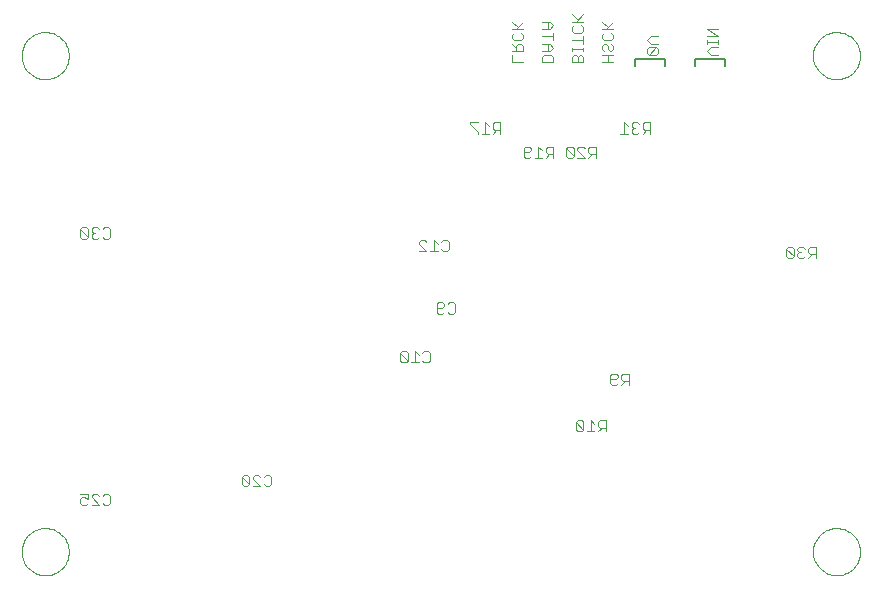
<source format=gbo>
G75*
G70*
%OFA0B0*%
%FSLAX24Y24*%
%IPPOS*%
%LPD*%
%AMOC8*
5,1,8,0,0,1.08239X$1,22.5*
%
%ADD10C,0.0030*%
%ADD11C,0.0079*%
%ADD12C,0.0039*%
D10*
X002913Y003240D02*
X003037Y003240D01*
X003098Y003302D01*
X003098Y003425D02*
X002975Y003487D01*
X002913Y003487D01*
X002851Y003425D01*
X002851Y003302D01*
X002913Y003240D01*
X003098Y003425D02*
X003098Y003610D01*
X002851Y003610D01*
X003220Y003549D02*
X003282Y003610D01*
X003405Y003610D01*
X003467Y003549D01*
X003588Y003549D02*
X003650Y003610D01*
X003773Y003610D01*
X003835Y003549D01*
X003835Y003302D01*
X003773Y003240D01*
X003650Y003240D01*
X003588Y003302D01*
X003467Y003240D02*
X003220Y003487D01*
X003220Y003549D01*
X003220Y003240D02*
X003467Y003240D01*
X008226Y003927D02*
X008288Y003865D01*
X008412Y003865D01*
X008473Y003927D01*
X008226Y004174D01*
X008226Y003927D01*
X008226Y004174D02*
X008288Y004235D01*
X008412Y004235D01*
X008473Y004174D01*
X008473Y003927D01*
X008595Y003865D02*
X008842Y003865D01*
X008595Y004112D01*
X008595Y004174D01*
X008657Y004235D01*
X008780Y004235D01*
X008842Y004174D01*
X008963Y004174D02*
X009025Y004235D01*
X009148Y004235D01*
X009210Y004174D01*
X009210Y003927D01*
X009148Y003865D01*
X009025Y003865D01*
X008963Y003927D01*
X013514Y008049D02*
X013576Y007987D01*
X013699Y007987D01*
X013761Y008049D01*
X013514Y008296D01*
X013514Y008049D01*
X013761Y008049D02*
X013761Y008296D01*
X013699Y008357D01*
X013576Y008357D01*
X013514Y008296D01*
X013882Y007987D02*
X014129Y007987D01*
X014006Y007987D02*
X014006Y008357D01*
X014129Y008234D01*
X014251Y008296D02*
X014312Y008357D01*
X014436Y008357D01*
X014497Y008296D01*
X014497Y008049D01*
X014436Y007987D01*
X014312Y007987D01*
X014251Y008049D01*
X014782Y009615D02*
X014720Y009677D01*
X014720Y009924D01*
X014782Y009985D01*
X014905Y009985D01*
X014967Y009924D01*
X014967Y009862D01*
X014905Y009800D01*
X014720Y009800D01*
X014782Y009615D02*
X014905Y009615D01*
X014967Y009677D01*
X015088Y009677D02*
X015150Y009615D01*
X015273Y009615D01*
X015335Y009677D01*
X015335Y009924D01*
X015273Y009985D01*
X015150Y009985D01*
X015088Y009924D01*
X015059Y011699D02*
X014936Y011699D01*
X014874Y011761D01*
X014753Y011699D02*
X014506Y011699D01*
X014384Y011699D02*
X014138Y011946D01*
X014138Y012008D01*
X014199Y012070D01*
X014323Y012070D01*
X014384Y012008D01*
X014629Y012070D02*
X014629Y011699D01*
X014384Y011699D02*
X014138Y011699D01*
X014629Y012070D02*
X014753Y011946D01*
X014874Y012008D02*
X014936Y012070D01*
X015059Y012070D01*
X015121Y012008D01*
X015121Y011761D01*
X015059Y011699D01*
X017682Y014812D02*
X017620Y014874D01*
X017620Y015120D01*
X017682Y015182D01*
X017805Y015182D01*
X017867Y015120D01*
X017867Y015059D01*
X017805Y014997D01*
X017620Y014997D01*
X017682Y014812D02*
X017805Y014812D01*
X017867Y014874D01*
X017989Y014812D02*
X018235Y014812D01*
X018357Y014812D02*
X018480Y014935D01*
X018419Y014935D02*
X018604Y014935D01*
X018604Y014812D02*
X018604Y015182D01*
X018419Y015182D01*
X018357Y015120D01*
X018357Y014997D01*
X018419Y014935D01*
X018235Y015059D02*
X018112Y015182D01*
X018112Y014812D01*
X019048Y014874D02*
X019110Y014812D01*
X019234Y014812D01*
X019295Y014874D01*
X019048Y015120D01*
X019048Y014874D01*
X019048Y015120D02*
X019110Y015182D01*
X019234Y015182D01*
X019295Y015120D01*
X019295Y014874D01*
X019417Y014812D02*
X019664Y014812D01*
X019417Y015059D01*
X019417Y015120D01*
X019478Y015182D01*
X019602Y015182D01*
X019664Y015120D01*
X019785Y015120D02*
X019785Y014997D01*
X019847Y014935D01*
X020032Y014935D01*
X020032Y014812D02*
X020032Y015182D01*
X019847Y015182D01*
X019785Y015120D01*
X019908Y014935D02*
X019785Y014812D01*
X020851Y015615D02*
X021098Y015615D01*
X020975Y015615D02*
X020975Y015985D01*
X021098Y015862D01*
X021220Y015862D02*
X021282Y015800D01*
X021220Y015738D01*
X021220Y015677D01*
X021282Y015615D01*
X021405Y015615D01*
X021467Y015677D01*
X021588Y015615D02*
X021712Y015738D01*
X021650Y015738D02*
X021835Y015738D01*
X021835Y015615D02*
X021835Y015985D01*
X021650Y015985D01*
X021588Y015924D01*
X021588Y015800D01*
X021650Y015738D01*
X021467Y015924D02*
X021405Y015985D01*
X021282Y015985D01*
X021220Y015924D01*
X021220Y015862D01*
X021282Y015800D02*
X021343Y015800D01*
X020610Y017990D02*
X020240Y017990D01*
X020425Y017990D02*
X020425Y018237D01*
X020487Y018358D02*
X020425Y018420D01*
X020425Y018543D01*
X020363Y018605D01*
X020302Y018605D01*
X020240Y018543D01*
X020240Y018420D01*
X020302Y018358D01*
X020240Y018237D02*
X020610Y018237D01*
X020549Y018358D02*
X020487Y018358D01*
X020549Y018358D02*
X020610Y018420D01*
X020610Y018543D01*
X020549Y018605D01*
X020549Y018727D02*
X020302Y018727D01*
X020240Y018788D01*
X020240Y018912D01*
X020302Y018974D01*
X020363Y019095D02*
X020610Y019342D01*
X020425Y019157D02*
X020240Y019342D01*
X020240Y019095D02*
X020610Y019095D01*
X020549Y018974D02*
X020610Y018912D01*
X020610Y018788D01*
X020549Y018727D01*
X019610Y018727D02*
X019240Y018727D01*
X019240Y018482D02*
X019240Y018358D01*
X019240Y018420D02*
X019610Y018420D01*
X019610Y018358D02*
X019610Y018482D01*
X019610Y018604D02*
X019610Y018851D01*
X019549Y018972D02*
X019302Y018972D01*
X019240Y019034D01*
X019240Y019157D01*
X019302Y019219D01*
X019363Y019340D02*
X019610Y019587D01*
X019610Y019340D02*
X019240Y019340D01*
X019425Y019402D02*
X019240Y019587D01*
X019549Y019219D02*
X019610Y019157D01*
X019610Y019034D01*
X019549Y018972D01*
X018610Y018974D02*
X018610Y018727D01*
X018610Y018850D02*
X018240Y018850D01*
X018240Y018605D02*
X018487Y018605D01*
X018610Y018482D01*
X018487Y018358D01*
X018240Y018358D01*
X018302Y018237D02*
X018549Y018237D01*
X018610Y018175D01*
X018610Y017990D01*
X018240Y017990D01*
X018240Y018175D01*
X018302Y018237D01*
X018425Y018358D02*
X018425Y018605D01*
X018425Y019095D02*
X018425Y019342D01*
X018487Y019342D02*
X018240Y019342D01*
X018487Y019342D02*
X018610Y019218D01*
X018487Y019095D01*
X018240Y019095D01*
X017610Y019095D02*
X017240Y019095D01*
X017363Y019095D02*
X017610Y019342D01*
X017425Y019157D02*
X017240Y019342D01*
X017302Y018974D02*
X017240Y018912D01*
X017240Y018788D01*
X017302Y018727D01*
X017549Y018727D01*
X017610Y018788D01*
X017610Y018912D01*
X017549Y018974D01*
X017549Y018605D02*
X017425Y018605D01*
X017363Y018543D01*
X017363Y018358D01*
X017240Y018358D02*
X017610Y018358D01*
X017610Y018543D01*
X017549Y018605D01*
X017363Y018482D02*
X017240Y018605D01*
X017240Y018237D02*
X017240Y017990D01*
X017610Y017990D01*
X019240Y017990D02*
X019240Y018175D01*
X019302Y018237D01*
X019363Y018237D01*
X019425Y018175D01*
X019425Y017990D01*
X019240Y017990D02*
X019610Y017990D01*
X019610Y018175D01*
X019549Y018237D01*
X019487Y018237D01*
X019425Y018175D01*
X021740Y018302D02*
X021802Y018240D01*
X022049Y018487D01*
X021802Y018487D01*
X021740Y018425D01*
X021740Y018302D01*
X021802Y018240D02*
X022049Y018240D01*
X022110Y018302D01*
X022110Y018425D01*
X022049Y018487D01*
X022110Y018608D02*
X021863Y018608D01*
X021740Y018732D01*
X021863Y018855D01*
X022110Y018855D01*
X023740Y018854D02*
X024110Y018854D01*
X023740Y019101D01*
X024110Y019101D01*
X024110Y018732D02*
X024110Y018608D01*
X024110Y018670D02*
X023740Y018670D01*
X023740Y018608D02*
X023740Y018732D01*
X023863Y018487D02*
X024110Y018487D01*
X023863Y018487D02*
X023740Y018363D01*
X023863Y018240D01*
X024110Y018240D01*
X016835Y015985D02*
X016835Y015615D01*
X016835Y015738D02*
X016650Y015738D01*
X016588Y015800D01*
X016588Y015924D01*
X016650Y015985D01*
X016835Y015985D01*
X016712Y015738D02*
X016588Y015615D01*
X016467Y015615D02*
X016220Y015615D01*
X016098Y015615D02*
X016098Y015677D01*
X015851Y015924D01*
X015851Y015985D01*
X016098Y015985D01*
X016343Y015985D02*
X016467Y015862D01*
X016343Y015985D02*
X016343Y015615D01*
X026377Y011783D02*
X026377Y011537D01*
X026438Y011475D01*
X026562Y011475D01*
X026624Y011537D01*
X026377Y011783D01*
X026438Y011845D01*
X026562Y011845D01*
X026624Y011783D01*
X026624Y011537D01*
X026745Y011537D02*
X026807Y011475D01*
X026930Y011475D01*
X026992Y011537D01*
X027113Y011475D02*
X027237Y011598D01*
X027175Y011598D02*
X027360Y011598D01*
X027360Y011475D02*
X027360Y011845D01*
X027175Y011845D01*
X027113Y011783D01*
X027113Y011660D01*
X027175Y011598D01*
X026992Y011783D02*
X026930Y011845D01*
X026807Y011845D01*
X026745Y011783D01*
X026745Y011722D01*
X026807Y011660D01*
X026745Y011598D01*
X026745Y011537D01*
X026807Y011660D02*
X026868Y011660D01*
X021130Y007613D02*
X020945Y007613D01*
X020883Y007552D01*
X020883Y007428D01*
X020945Y007366D01*
X021130Y007366D01*
X021130Y007243D02*
X021130Y007613D01*
X021007Y007366D02*
X020883Y007243D01*
X020762Y007305D02*
X020700Y007243D01*
X020577Y007243D01*
X020515Y007305D01*
X020515Y007552D01*
X020577Y007613D01*
X020700Y007613D01*
X020762Y007552D01*
X020762Y007490D01*
X020700Y007428D01*
X020515Y007428D01*
X020354Y006057D02*
X020169Y006057D01*
X020107Y005995D01*
X020107Y005872D01*
X020169Y005810D01*
X020354Y005810D01*
X020354Y005687D02*
X020354Y006057D01*
X020230Y005810D02*
X020107Y005687D01*
X019985Y005687D02*
X019739Y005687D01*
X019862Y005687D02*
X019862Y006057D01*
X019985Y005934D01*
X019617Y005995D02*
X019617Y005749D01*
X019370Y005995D01*
X019370Y005749D01*
X019432Y005687D01*
X019555Y005687D01*
X019617Y005749D01*
X019617Y005995D02*
X019555Y006057D01*
X019432Y006057D01*
X019370Y005995D01*
X003835Y012177D02*
X003773Y012115D01*
X003650Y012115D01*
X003588Y012177D01*
X003467Y012177D02*
X003405Y012115D01*
X003282Y012115D01*
X003220Y012177D01*
X003220Y012238D01*
X003282Y012300D01*
X003343Y012300D01*
X003282Y012300D02*
X003220Y012362D01*
X003220Y012424D01*
X003282Y012485D01*
X003405Y012485D01*
X003467Y012424D01*
X003588Y012424D02*
X003650Y012485D01*
X003773Y012485D01*
X003835Y012424D01*
X003835Y012177D01*
X003098Y012177D02*
X002851Y012424D01*
X002851Y012177D01*
X002913Y012115D01*
X003037Y012115D01*
X003098Y012177D01*
X003098Y012424D01*
X003037Y012485D01*
X002913Y012485D01*
X002851Y012424D01*
D11*
X021350Y017850D02*
X021350Y018100D01*
X022350Y018100D01*
X022350Y017850D01*
X023350Y017850D02*
X023350Y018100D01*
X024350Y018100D01*
X024350Y017850D01*
D12*
X000888Y001675D02*
X000890Y001731D01*
X000896Y001786D01*
X000906Y001840D01*
X000919Y001894D01*
X000937Y001947D01*
X000958Y001998D01*
X000982Y002048D01*
X001010Y002096D01*
X001042Y002142D01*
X001076Y002186D01*
X001114Y002227D01*
X001154Y002265D01*
X001197Y002300D01*
X001242Y002332D01*
X001290Y002361D01*
X001339Y002387D01*
X001390Y002409D01*
X001442Y002427D01*
X001496Y002441D01*
X001551Y002452D01*
X001606Y002459D01*
X001661Y002462D01*
X001717Y002461D01*
X001772Y002456D01*
X001827Y002447D01*
X001881Y002435D01*
X001934Y002418D01*
X001986Y002398D01*
X002036Y002374D01*
X002084Y002347D01*
X002131Y002317D01*
X002175Y002283D01*
X002217Y002246D01*
X002255Y002206D01*
X002292Y002164D01*
X002325Y002119D01*
X002354Y002073D01*
X002381Y002024D01*
X002403Y001973D01*
X002423Y001921D01*
X002438Y001867D01*
X002450Y001813D01*
X002458Y001758D01*
X002462Y001703D01*
X002462Y001647D01*
X002458Y001592D01*
X002450Y001537D01*
X002438Y001483D01*
X002423Y001429D01*
X002403Y001377D01*
X002381Y001326D01*
X002354Y001277D01*
X002325Y001231D01*
X002292Y001186D01*
X002255Y001144D01*
X002217Y001104D01*
X002175Y001067D01*
X002131Y001033D01*
X002084Y001003D01*
X002036Y000976D01*
X001986Y000952D01*
X001934Y000932D01*
X001881Y000915D01*
X001827Y000903D01*
X001772Y000894D01*
X001717Y000889D01*
X001661Y000888D01*
X001606Y000891D01*
X001551Y000898D01*
X001496Y000909D01*
X001442Y000923D01*
X001390Y000941D01*
X001339Y000963D01*
X001290Y000989D01*
X001242Y001018D01*
X001197Y001050D01*
X001154Y001085D01*
X001114Y001123D01*
X001076Y001164D01*
X001042Y001208D01*
X001010Y001254D01*
X000982Y001302D01*
X000958Y001352D01*
X000937Y001403D01*
X000919Y001456D01*
X000906Y001510D01*
X000896Y001564D01*
X000890Y001619D01*
X000888Y001675D01*
X000888Y018210D02*
X000890Y018266D01*
X000896Y018321D01*
X000906Y018375D01*
X000919Y018429D01*
X000937Y018482D01*
X000958Y018533D01*
X000982Y018583D01*
X001010Y018631D01*
X001042Y018677D01*
X001076Y018721D01*
X001114Y018762D01*
X001154Y018800D01*
X001197Y018835D01*
X001242Y018867D01*
X001290Y018896D01*
X001339Y018922D01*
X001390Y018944D01*
X001442Y018962D01*
X001496Y018976D01*
X001551Y018987D01*
X001606Y018994D01*
X001661Y018997D01*
X001717Y018996D01*
X001772Y018991D01*
X001827Y018982D01*
X001881Y018970D01*
X001934Y018953D01*
X001986Y018933D01*
X002036Y018909D01*
X002084Y018882D01*
X002131Y018852D01*
X002175Y018818D01*
X002217Y018781D01*
X002255Y018741D01*
X002292Y018699D01*
X002325Y018654D01*
X002354Y018608D01*
X002381Y018559D01*
X002403Y018508D01*
X002423Y018456D01*
X002438Y018402D01*
X002450Y018348D01*
X002458Y018293D01*
X002462Y018238D01*
X002462Y018182D01*
X002458Y018127D01*
X002450Y018072D01*
X002438Y018018D01*
X002423Y017964D01*
X002403Y017912D01*
X002381Y017861D01*
X002354Y017812D01*
X002325Y017766D01*
X002292Y017721D01*
X002255Y017679D01*
X002217Y017639D01*
X002175Y017602D01*
X002131Y017568D01*
X002084Y017538D01*
X002036Y017511D01*
X001986Y017487D01*
X001934Y017467D01*
X001881Y017450D01*
X001827Y017438D01*
X001772Y017429D01*
X001717Y017424D01*
X001661Y017423D01*
X001606Y017426D01*
X001551Y017433D01*
X001496Y017444D01*
X001442Y017458D01*
X001390Y017476D01*
X001339Y017498D01*
X001290Y017524D01*
X001242Y017553D01*
X001197Y017585D01*
X001154Y017620D01*
X001114Y017658D01*
X001076Y017699D01*
X001042Y017743D01*
X001010Y017789D01*
X000982Y017837D01*
X000958Y017887D01*
X000937Y017938D01*
X000919Y017991D01*
X000906Y018045D01*
X000896Y018099D01*
X000890Y018154D01*
X000888Y018210D01*
X027266Y018210D02*
X027268Y018266D01*
X027274Y018321D01*
X027284Y018375D01*
X027297Y018429D01*
X027315Y018482D01*
X027336Y018533D01*
X027360Y018583D01*
X027388Y018631D01*
X027420Y018677D01*
X027454Y018721D01*
X027492Y018762D01*
X027532Y018800D01*
X027575Y018835D01*
X027620Y018867D01*
X027668Y018896D01*
X027717Y018922D01*
X027768Y018944D01*
X027820Y018962D01*
X027874Y018976D01*
X027929Y018987D01*
X027984Y018994D01*
X028039Y018997D01*
X028095Y018996D01*
X028150Y018991D01*
X028205Y018982D01*
X028259Y018970D01*
X028312Y018953D01*
X028364Y018933D01*
X028414Y018909D01*
X028462Y018882D01*
X028509Y018852D01*
X028553Y018818D01*
X028595Y018781D01*
X028633Y018741D01*
X028670Y018699D01*
X028703Y018654D01*
X028732Y018608D01*
X028759Y018559D01*
X028781Y018508D01*
X028801Y018456D01*
X028816Y018402D01*
X028828Y018348D01*
X028836Y018293D01*
X028840Y018238D01*
X028840Y018182D01*
X028836Y018127D01*
X028828Y018072D01*
X028816Y018018D01*
X028801Y017964D01*
X028781Y017912D01*
X028759Y017861D01*
X028732Y017812D01*
X028703Y017766D01*
X028670Y017721D01*
X028633Y017679D01*
X028595Y017639D01*
X028553Y017602D01*
X028509Y017568D01*
X028462Y017538D01*
X028414Y017511D01*
X028364Y017487D01*
X028312Y017467D01*
X028259Y017450D01*
X028205Y017438D01*
X028150Y017429D01*
X028095Y017424D01*
X028039Y017423D01*
X027984Y017426D01*
X027929Y017433D01*
X027874Y017444D01*
X027820Y017458D01*
X027768Y017476D01*
X027717Y017498D01*
X027668Y017524D01*
X027620Y017553D01*
X027575Y017585D01*
X027532Y017620D01*
X027492Y017658D01*
X027454Y017699D01*
X027420Y017743D01*
X027388Y017789D01*
X027360Y017837D01*
X027336Y017887D01*
X027315Y017938D01*
X027297Y017991D01*
X027284Y018045D01*
X027274Y018099D01*
X027268Y018154D01*
X027266Y018210D01*
X027266Y001675D02*
X027268Y001731D01*
X027274Y001786D01*
X027284Y001840D01*
X027297Y001894D01*
X027315Y001947D01*
X027336Y001998D01*
X027360Y002048D01*
X027388Y002096D01*
X027420Y002142D01*
X027454Y002186D01*
X027492Y002227D01*
X027532Y002265D01*
X027575Y002300D01*
X027620Y002332D01*
X027668Y002361D01*
X027717Y002387D01*
X027768Y002409D01*
X027820Y002427D01*
X027874Y002441D01*
X027929Y002452D01*
X027984Y002459D01*
X028039Y002462D01*
X028095Y002461D01*
X028150Y002456D01*
X028205Y002447D01*
X028259Y002435D01*
X028312Y002418D01*
X028364Y002398D01*
X028414Y002374D01*
X028462Y002347D01*
X028509Y002317D01*
X028553Y002283D01*
X028595Y002246D01*
X028633Y002206D01*
X028670Y002164D01*
X028703Y002119D01*
X028732Y002073D01*
X028759Y002024D01*
X028781Y001973D01*
X028801Y001921D01*
X028816Y001867D01*
X028828Y001813D01*
X028836Y001758D01*
X028840Y001703D01*
X028840Y001647D01*
X028836Y001592D01*
X028828Y001537D01*
X028816Y001483D01*
X028801Y001429D01*
X028781Y001377D01*
X028759Y001326D01*
X028732Y001277D01*
X028703Y001231D01*
X028670Y001186D01*
X028633Y001144D01*
X028595Y001104D01*
X028553Y001067D01*
X028509Y001033D01*
X028462Y001003D01*
X028414Y000976D01*
X028364Y000952D01*
X028312Y000932D01*
X028259Y000915D01*
X028205Y000903D01*
X028150Y000894D01*
X028095Y000889D01*
X028039Y000888D01*
X027984Y000891D01*
X027929Y000898D01*
X027874Y000909D01*
X027820Y000923D01*
X027768Y000941D01*
X027717Y000963D01*
X027668Y000989D01*
X027620Y001018D01*
X027575Y001050D01*
X027532Y001085D01*
X027492Y001123D01*
X027454Y001164D01*
X027420Y001208D01*
X027388Y001254D01*
X027360Y001302D01*
X027336Y001352D01*
X027315Y001403D01*
X027297Y001456D01*
X027284Y001510D01*
X027274Y001564D01*
X027268Y001619D01*
X027266Y001675D01*
M02*

</source>
